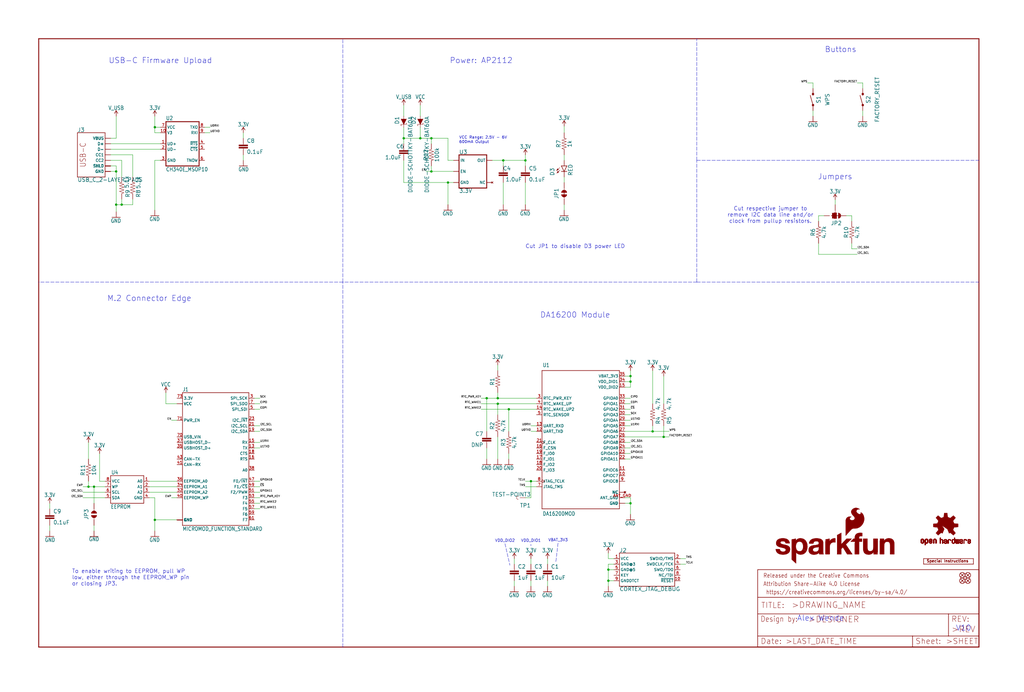
<source format=kicad_sch>
(kicad_sch (version 20211123) (generator eeschema)
  (paper "User" 470.306 317.906)
  (lib_symbols
    (symbol "eagleSchem-eagle-import:0.1UF-0603-25V-(+80{slash}-20%)"
      (property "Reference" "C" (at 1.524 2.921 0))
      (property "Value" "0.1UF-0603-25V-(+80{slash}-20%)" (at 1.524 -2.159 0))
      (symbol "0.1UF-0603-25V-(+80{slash}-20%)_1_0"
        (pin passive line (at 0 5.08 270) (length 2.54) (name "1") (number "1"))
        (pin passive line (at 0 -2.54 90) (length 2.54) (name "2") (number "2"))
      )
    )
    (symbol "eagleSchem-eagle-import:1.0UF-0603-16V-10%"
      (property "Reference" "C" (at 1.524 2.921 0))
      (property "Value" "1.0UF-0603-16V-10%" (at 1.524 -2.159 0))
      (symbol "1.0UF-0603-16V-10%_1_0"
        (pin passive line (at 0 5.08 270) (length 2.54) (name "1") (number "1"))
        (pin passive line (at 0 -2.54 90) (length 2.54) (name "2") (number "2"))
      )
    )
    (symbol "eagleSchem-eagle-import:100KOHM-0603-1{slash}10W-1%"
      (property "Reference" "R" (at 0 1.524 0))
      (property "Value" "100KOHM-0603-1{slash}10W-1%" (at 0 -1.524 0))
      (symbol "100KOHM-0603-1{slash}10W-1%_1_0"
        (pin passive line (at -5.08 0 0) (length 2.54) (name "1") (number "1"))
        (pin passive line (at 5.08 0 180) (length 2.54) (name "2") (number "2"))
      )
    )
    (symbol "eagleSchem-eagle-import:10KOHM-0603-1{slash}10W-1%"
      (property "Reference" "R" (at 0 1.524 0))
      (property "Value" "10KOHM-0603-1{slash}10W-1%" (at 0 -1.524 0))
      (symbol "10KOHM-0603-1{slash}10W-1%_1_0"
        (pin passive line (at -5.08 0 0) (length 2.54) (name "1") (number "1"))
        (pin passive line (at 5.08 0 180) (length 2.54) (name "2") (number "2"))
      )
    )
    (symbol "eagleSchem-eagle-import:10UF-0603-6.3V-20%"
      (property "Reference" "C" (at 1.524 2.921 0))
      (property "Value" "10UF-0603-6.3V-20%" (at 1.524 -2.159 0))
      (symbol "10UF-0603-6.3V-20%_1_0"
        (pin passive line (at 0 5.08 270) (length 2.54) (name "1") (number "1"))
        (pin passive line (at 0 -2.54 90) (length 2.54) (name "2") (number "2"))
      )
    )
    (symbol "eagleSchem-eagle-import:1KOHM-0402T-1{slash}16W-1%"
      (property "Reference" "R" (at 0 1.524 0))
      (property "Value" "1KOHM-0402T-1{slash}16W-1%" (at 0 -1.524 0))
      (symbol "1KOHM-0402T-1{slash}16W-1%_1_0"
        (pin passive line (at -5.08 0 0) (length 2.54) (name "1") (number "1"))
        (pin passive line (at 5.08 0 180) (length 2.54) (name "2") (number "2"))
      )
    )
    (symbol "eagleSchem-eagle-import:3.3V" (power)
      (property "Value" "3.3V" (at 0 2.794 0))
      (symbol "3.3V_1_0"
        (pin power_in line (at 0 0 90) (length 2.54) (name "3.3V") (number "1"))
      )
    )
    (symbol "eagleSchem-eagle-import:4.7KOHM-0603-1{slash}10W-1%"
      (property "Reference" "R" (at 0 1.524 0))
      (property "Value" "4.7KOHM-0603-1{slash}10W-1%" (at 0 -1.524 0))
      (symbol "4.7KOHM-0603-1{slash}10W-1%_1_0"
        (pin passive line (at -5.08 0 0) (length 2.54) (name "1") (number "1"))
        (pin passive line (at 5.08 0 180) (length 2.54) (name "2") (number "2"))
      )
    )
    (symbol "eagleSchem-eagle-import:5.1KOHM-0402T-1{slash}16W-1%"
      (property "Reference" "R" (at 0 1.524 0))
      (property "Value" "5.1KOHM-0402T-1{slash}16W-1%" (at 0 -1.524 0))
      (symbol "5.1KOHM-0402T-1{slash}16W-1%_1_0"
        (pin passive line (at -5.08 0 0) (length 2.54) (name "1") (number "1"))
        (pin passive line (at 5.08 0 180) (length 2.54) (name "2") (number "2"))
      )
    )
    (symbol "eagleSchem-eagle-import:CAP-0603"
      (property "Reference" "C" (at 1.524 2.921 0))
      (property "Value" "CAP-0603" (at 1.524 -2.159 0))
      (symbol "CAP-0603_1_0"
        (pin passive line (at 0 5.08 270) (length 2.54) (name "1") (number "1"))
        (pin passive line (at 0 -2.54 90) (length 2.54) (name "2") (number "2"))
      )
    )
    (symbol "eagleSchem-eagle-import:CH340E_MSOP10"
      (property "Reference" "U" (at -7.62 10.795 0))
      (property "Value" "CH340E_MSOP10" (at -7.62 -12.7 0))
      (symbol "CH340E_MSOP10_1_0"
        (pin bidirectional line (at -10.16 0 0) (length 2.54) (name "UD+") (number "1"))
        (pin bidirectional line (at -10.16 5.08 0) (length 2.54) (name "V3") (number "10"))
        (pin bidirectional line (at -10.16 -2.54 0) (length 2.54) (name "UD-") (number "2"))
        (pin bidirectional line (at -10.16 -7.62 0) (length 2.54) (name "GND") (number "3"))
        (pin bidirectional line (at 10.16 0 180) (length 2.54) (name "~{RTS}") (number "4"))
        (pin bidirectional line (at 10.16 -2.54 180) (length 2.54) (name "~{CTS}") (number "5"))
        (pin bidirectional line (at 10.16 -7.62 180) (length 2.54) (name "TNOW") (number "6"))
        (pin bidirectional line (at -10.16 7.62 0) (length 2.54) (name "VCC") (number "7"))
        (pin bidirectional line (at 10.16 7.62 180) (length 2.54) (name "TXO") (number "8"))
        (pin bidirectional line (at 10.16 5.08 180) (length 2.54) (name "RXI") (number "9"))
      )
    )
    (symbol "eagleSchem-eagle-import:CORTEX_JTAG_DEBUG_PTH_NS"
      (property "Reference" "J" (at -12.7 7.874 0))
      (property "Value" "CORTEX_JTAG_DEBUG_PTH_NS" (at -12.7 -9.906 0))
      (symbol "CORTEX_JTAG_DEBUG_PTH_NS_1_0"
        (pin bidirectional line (at -15.24 5.08 0) (length 2.54) (name "VCC") (number "1"))
        (pin bidirectional line (at 15.24 -5.08 180) (length 2.54) (name "~{RESET}") (number "10"))
        (pin bidirectional line (at 15.24 5.08 180) (length 2.54) (name "SWDIO/TMS") (number "2"))
        (pin bidirectional line (at -15.24 2.54 0) (length 2.54) (name "GND@3") (number "3"))
        (pin bidirectional line (at 15.24 2.54 180) (length 2.54) (name "SWDCLK/TCK") (number "4"))
        (pin bidirectional line (at -15.24 0 0) (length 2.54) (name "GND@5") (number "5"))
        (pin bidirectional line (at 15.24 0 180) (length 2.54) (name "SWO/TDO") (number "6"))
        (pin bidirectional line (at -15.24 -2.54 0) (length 2.54) (name "KEY") (number "7"))
        (pin bidirectional line (at 15.24 -2.54 180) (length 2.54) (name "NC/TDI") (number "8"))
        (pin bidirectional line (at -15.24 -5.08 0) (length 2.54) (name "GNDDTCT") (number "9"))
      )
    )
    (symbol "eagleSchem-eagle-import:DA16200MOD-AAC4WA32"
      (property "Reference" "U" (at -17.78 31.75 0))
      (property "Value" "DA16200MOD-AAC4WA32" (at -17.78 -34.29 0))
      (symbol "DA16200MOD-AAC4WA32_1_0"
        (pin no_connect line (at 20.32 -25.4 180) (length 2.54) (name "NC") (number "1"))
        (pin bidirectional line (at 20.32 -17.78 180) (length 2.54) (name "GPIOC7") (number "10"))
        (pin bidirectional line (at 20.32 -15.24 180) (length 2.54) (name "GPIOC6") (number "11"))
        (pin output line (at -20.32 2.54 0) (length 2.54) (name "UART_TXD") (number "12"))
        (pin input line (at -20.32 5.08 0) (length 2.54) (name "UART_RXD") (number "13"))
        (pin input line (at -20.32 12.7 0) (length 2.54) (name "RTC_WAKE_UP2") (number "14"))
        (pin power_in line (at 20.32 22.86 180) (length 2.54) (name "VDD_DIO2") (number "15"))
        (pin bidirectional line (at -20.32 -5.08 0) (length 2.54) (name "F_CSN") (number "16"))
        (pin bidirectional line (at -20.32 -10.16 0) (length 2.54) (name "F_IO1") (number "17"))
        (pin bidirectional line (at -20.32 -12.7 0) (length 2.54) (name "F_IO2") (number "18"))
        (pin bidirectional line (at -20.32 -7.62 0) (length 2.54) (name "F_IO0") (number "19"))
        (pin power_in line (at 20.32 -30.48 180) (length 2.54) (name "GND") (number "2"))
        (pin bidirectional line (at -20.32 -15.24 0) (length 2.54) (name "F_IO3") (number "20"))
        (pin bidirectional clock (at -20.32 -2.54 0) (length 2.54) (name "F_CLK") (number "21"))
        (pin bidirectional line (at 20.32 -10.16 180) (length 2.54) (name "GPIOA11") (number "22"))
        (pin bidirectional line (at 20.32 -7.62 180) (length 2.54) (name "GPIOA10") (number "23"))
        (pin bidirectional line (at 20.32 -5.08 180) (length 2.54) (name "GPIOA9") (number "24"))
        (pin bidirectional line (at 20.32 -2.54 180) (length 2.54) (name "GPIOA8") (number "25"))
        (pin bidirectional line (at 20.32 0 180) (length 2.54) (name "GPIOA7") (number "26"))
        (pin bidirectional line (at 20.32 2.54 180) (length 2.54) (name "GPIOA6") (number "27"))
        (pin bidirectional line (at 20.32 5.08 180) (length 2.54) (name "GPIOA5") (number "28"))
        (pin bidirectional line (at 20.32 7.62 180) (length 2.54) (name "GPIOA4") (number "29"))
        (pin input line (at -20.32 17.78 0) (length 2.54) (name "RTC_PWR_KEY") (number "3"))
        (pin bidirectional line (at 20.32 10.16 180) (length 2.54) (name "GPIOA3") (number "30"))
        (pin bidirectional line (at 20.32 12.7 180) (length 2.54) (name "GPIOA2") (number "31"))
        (pin bidirectional line (at 20.32 15.24 180) (length 2.54) (name "GPIOA1") (number "32"))
        (pin bidirectional line (at 20.32 17.78 180) (length 2.54) (name "GPIOA0") (number "33"))
        (pin power_in line (at 20.32 25.4 180) (length 2.54) (name "VDD_DIO1") (number "34"))
        (pin power_in line (at 20.32 27.94 180) (length 2.54) (name "VBAT_3V3") (number "35"))
        (pin no_connect line (at 20.32 -25.4 180) (length 2.54) (name "NC") (number "36"))
        (pin no_connect line (at 20.32 -25.4 180) (length 2.54) (name "NC") (number "37"))
        (pin input line (at -20.32 15.24 0) (length 2.54) (name "RTC_WAKE_UP") (number "4"))
        (pin output line (at -20.32 10.16 0) (length 2.54) (name "RTC_SENSOR") (number "5"))
        (pin no_connect line (at 20.32 -25.4 180) (length 2.54) (name "NC") (number "6"))
        (pin bidirectional line (at -20.32 -22.86 0) (length 2.54) (name "JTAG_TMS") (number "7"))
        (pin bidirectional clock (at -20.32 -20.32 0) (length 2.54) (name "JTAG_TCLK") (number "8"))
        (pin bidirectional line (at 20.32 -20.32 180) (length 2.54) (name "GPIOC8") (number "9"))
        (pin power_in line (at 20.32 -27.94 180) (length 2.54) (name "ANT_GND") (number "ANT_GND"))
        (pin power_in line (at 20.32 -30.48 180) (length 2.54) (name "GND") (number "GND"))
      )
    )
    (symbol "eagleSchem-eagle-import:DIODE-SCHOTTKY-BAT60A"
      (property "Reference" "D" (at -2.54 2.032 0))
      (property "Value" "DIODE-SCHOTTKY-BAT60A" (at -2.54 -2.032 0))
      (symbol "DIODE-SCHOTTKY-BAT60A_1_0"
        (pin passive line (at -2.54 0 0) (length 0) (name "A") (number "A"))
        (pin passive line (at 2.54 0 180) (length 0) (name "C") (number "C"))
      )
    )
    (symbol "eagleSchem-eagle-import:EEPROM-I2C512K"
      (property "Reference" "U" (at -7.62 8.382 0))
      (property "Value" "EEPROM-I2C512K" (at -7.62 -7.62 0))
      (symbol "EEPROM-I2C512K_1_0"
        (pin bidirectional line (at -10.16 5.08 0) (length 2.54) (name "A0") (number "1"))
        (pin bidirectional line (at -10.16 2.54 0) (length 2.54) (name "A1") (number "2"))
        (pin bidirectional line (at -10.16 0 0) (length 2.54) (name "A2") (number "3"))
        (pin power_in line (at -10.16 -2.54 0) (length 2.54) (name "GND") (number "4"))
        (pin bidirectional line (at 10.16 -2.54 180) (length 2.54) (name "SDA") (number "5"))
        (pin bidirectional line (at 10.16 0 180) (length 2.54) (name "SCL") (number "6"))
        (pin bidirectional line (at 10.16 2.54 180) (length 2.54) (name "WP") (number "7"))
        (pin power_in line (at 10.16 5.08 180) (length 2.54) (name "VCC") (number "8"))
      )
    )
    (symbol "eagleSchem-eagle-import:FIDUCIAL1X2")
    (symbol "eagleSchem-eagle-import:FRAME-LEDGER"
      (symbol "FRAME-LEDGER_2_0"
        (text " https://creativecommons.org/licenses/by-sa/4.0/" (at 2.54 24.13 0) (effects (font (size 1.9304 1.6408)) (justify left bottom)))
        (text ">DESIGNER" (at 23.114 11.176 0) (effects (font (size 2.7432 2.7432)) (justify left bottom)))
        (text ">DRAWING_NAME" (at 15.494 17.78 0) (effects (font (size 2.7432 2.7432)) (justify left bottom)))
        (text ">LAST_DATE_TIME" (at 12.7 1.27 0) (effects (font (size 2.54 2.54)) (justify left bottom)))
        (text ">REV" (at 88.9 6.604 0) (effects (font (size 2.7432 2.7432)) (justify left bottom)))
        (text ">SHEET" (at 86.36 1.27 0) (effects (font (size 2.54 2.54)) (justify left bottom)))
        (text "Attribution Share-Alike 4.0 License" (at 2.54 27.94 0) (effects (font (size 1.9304 1.6408)) (justify left bottom)))
        (text "Date:" (at 1.27 1.27 0) (effects (font (size 2.54 2.54)) (justify left bottom)))
        (text "Design by:" (at 1.27 11.43 0) (effects (font (size 2.54 2.159)) (justify left bottom)))
        (text "Released under the Creative Commons" (at 2.54 31.75 0) (effects (font (size 1.9304 1.6408)) (justify left bottom)))
        (text "REV:" (at 88.9 11.43 0) (effects (font (size 2.54 2.54)) (justify left bottom)))
        (text "Sheet:" (at 72.39 1.27 0) (effects (font (size 2.54 2.54)) (justify left bottom)))
        (text "TITLE:" (at 1.524 17.78 0) (effects (font (size 2.54 2.54)) (justify left bottom)))
      )
    )
    (symbol "eagleSchem-eagle-import:GND" (power)
      (property "Value" "GND" (at 0 -0.254 0))
      (symbol "GND_1_0"
        (pin power_in line (at 0 2.54 270) (length 2.54) (name "GND") (number "1"))
      )
    )
    (symbol "eagleSchem-eagle-import:JUMPER-SMT_2_NC_TRACE_SILK"
      (property "Reference" "JP" (at 0 3.048 0))
      (property "Value" "JUMPER-SMT_2_NC_TRACE_SILK" (at 0 -3.048 0))
      (symbol "JUMPER-SMT_2_NC_TRACE_SILK_1_0"
        (pin passive line (at -5.08 0 0) (length 2.54) (name "1") (number "1"))
        (pin passive line (at 5.08 0 180) (length 2.54) (name "2") (number "2"))
      )
    )
    (symbol "eagleSchem-eagle-import:JUMPER-SMT_2_NO_SILK"
      (property "Reference" "JP" (at 0 2.794 0))
      (property "Value" "JUMPER-SMT_2_NO_SILK" (at 0 -2.794 0))
      (symbol "JUMPER-SMT_2_NO_SILK_1_0"
        (pin passive line (at -5.08 0 0) (length 2.54) (name "1") (number "1"))
        (pin passive line (at 5.08 0 180) (length 2.54) (name "2") (number "2"))
      )
    )
    (symbol "eagleSchem-eagle-import:JUMPER-SMT_3_2-NC_TRACE_SILK"
      (property "Reference" "JP" (at 6.096 1.524 0))
      (property "Value" "JUMPER-SMT_3_2-NC_TRACE_SILK" (at 6.858 -1.524 0))
      (symbol "JUMPER-SMT_3_2-NC_TRACE_SILK_1_0"
        (pin passive line (at 0 5.08 270) (length 2.54) (name "1") (number "1"))
        (pin passive line (at -5.08 0 0) (length 2.54) (name "2") (number "2"))
        (pin passive line (at 0 -5.08 90) (length 2.54) (name "3") (number "3"))
      )
    )
    (symbol "eagleSchem-eagle-import:LED-0603_RIGHT_ANGLE"
      (property "Value" "LED-0603_RIGHT_ANGLE" (at 1.905 -4.572 90))
      (symbol "LED-0603_RIGHT_ANGLE_1_0"
        (pin passive line (at 0 2.54 270) (length 2.54) (name "A") (number "A"))
        (pin passive line (at 0 -5.08 90) (length 2.54) (name "C") (number "C"))
      )
    )
    (symbol "eagleSchem-eagle-import:MICROMOD_FUNCTION_STANDARD"
      (property "Reference" "J" (at -15.24 28.448 0))
      (property "Value" "MICROMOD_FUNCTION_STANDARD" (at -15.24 -35.56 0))
      (symbol "MICROMOD_FUNCTION_STANDARD_1_0"
        (pin bidirectional line (at -17.78 -30.48 0) (length 2.54) (name "GND") (number "1"))
        (pin bidirectional line (at 17.78 2.54 180) (length 2.54) (name "TX") (number "13"))
        (pin bidirectional line (at 17.78 5.08 180) (length 2.54) (name "RX") (number "15"))
        (pin bidirectional line (at 17.78 -2.54 180) (length 2.54) (name "RTS") (number "16"))
        (pin bidirectional line (at 17.78 0 180) (length 2.54) (name "CTS") (number "18"))
        (pin bidirectional line (at 17.78 10.16 180) (length 2.54) (name "I2C_SDA") (number "19"))
        (pin bidirectional line (at 17.78 12.7 180) (length 2.54) (name "I2C_SCL") (number "21"))
        (pin bidirectional line (at 17.78 15.24 180) (length 2.54) (name "I2C_~{INT}") (number "23"))
        (pin bidirectional line (at 17.78 25.4 180) (length 2.54) (name "SPI_SCK") (number "3"))
        (pin bidirectional line (at -17.78 -17.78 0) (length 2.54) (name "EEPROM_A2") (number "32"))
        (pin bidirectional line (at -17.78 -30.48 0) (length 2.54) (name "GND") (number "33"))
        (pin bidirectional line (at -17.78 -15.24 0) (length 2.54) (name "EEPROM_A1") (number "34"))
        (pin bidirectional line (at -17.78 2.54 0) (length 2.54) (name "USBHOST_D+") (number "35"))
        (pin bidirectional line (at -17.78 -12.7 0) (length 2.54) (name "EEPROM_A0") (number "36"))
        (pin bidirectional line (at -17.78 5.08 0) (length 2.54) (name "USBHOST_D-") (number "37"))
        (pin bidirectional line (at 17.78 -7.62 180) (length 2.54) (name "A0") (number "38"))
        (pin bidirectional line (at -17.78 -30.48 0) (length 2.54) (name "GND") (number "39"))
        (pin bidirectional line (at -17.78 -20.32 0) (length 2.54) (name "EEPROM_WP") (number "40"))
        (pin bidirectional line (at -17.78 -5.08 0) (length 2.54) (name "CAN-RX") (number "41"))
        (pin bidirectional line (at -17.78 -2.54 0) (length 2.54) (name "CAN-TX") (number "43"))
        (pin bidirectional line (at -17.78 -30.48 0) (length 2.54) (name "GND") (number "45"))
        (pin bidirectional line (at 17.78 -12.7 180) (length 2.54) (name "F0/~{INT}") (number "47"))
        (pin bidirectional line (at 17.78 -15.24 180) (length 2.54) (name "F1/~{CS}") (number "49"))
        (pin bidirectional line (at 17.78 20.32 180) (length 2.54) (name "SPI_SDI") (number "5"))
        (pin bidirectional line (at 17.78 -17.78 180) (length 2.54) (name "F2/PWM") (number "51"))
        (pin bidirectional line (at 17.78 -20.32 180) (length 2.54) (name "F3") (number "53"))
        (pin bidirectional line (at 17.78 -22.86 180) (length 2.54) (name "F4") (number "55"))
        (pin bidirectional line (at 17.78 -25.4 180) (length 2.54) (name "F5") (number "57"))
        (pin bidirectional line (at 17.78 -27.94 180) (length 2.54) (name "F6") (number "59"))
        (pin bidirectional line (at 17.78 -30.48 180) (length 2.54) (name "F7") (number "61"))
        (pin bidirectional line (at 17.78 22.86 180) (length 2.54) (name "SPI_SDO") (number "7"))
        (pin bidirectional line (at -17.78 7.62 0) (length 2.54) (name "USB_VIN") (number "70"))
        (pin bidirectional line (at -17.78 15.24 0) (length 2.54) (name "PWR_EN") (number "71"))
        (pin bidirectional line (at -17.78 22.86 0) (length 2.54) (name "VCC") (number "72"))
        (pin bidirectional line (at -17.78 25.4 0) (length 2.54) (name "3.3V") (number "73"))
        (pin bidirectional line (at -17.78 22.86 0) (length 2.54) (name "VCC") (number "74"))
        (pin bidirectional line (at -17.78 -30.48 0) (length 2.54) (name "GND") (number "75"))
        (pin bidirectional line (at -17.78 -30.48 0) (length 2.54) (name "GND") (number "GND1"))
        (pin bidirectional line (at -17.78 -30.48 0) (length 2.54) (name "GND") (number "GND2"))
        (pin bidirectional line (at -17.78 -30.48 0) (length 2.54) (name "GND") (number "GND3"))
        (pin bidirectional line (at -17.78 -30.48 0) (length 2.54) (name "GND") (number "GND4"))
        (pin bidirectional line (at -17.78 -30.48 0) (length 2.54) (name "GND") (number "GND5"))
        (pin bidirectional line (at -17.78 -30.48 0) (length 2.54) (name "GND") (number "GND6"))
      )
    )
    (symbol "eagleSchem-eagle-import:MOMENTARY-SWITCH-SPST-SMD-5.2MM-TALL"
      (property "Reference" "S" (at 0 1.524 0))
      (property "Value" "MOMENTARY-SWITCH-SPST-SMD-5.2MM-TALL" (at 0 -0.508 0))
      (symbol "MOMENTARY-SWITCH-SPST-SMD-5.2MM-TALL_1_0"
        (pin passive line (at -5.08 0 0) (length 2.54) (name "1") (number "1"))
        (pin passive line (at 5.08 0 180) (length 2.54) (name "2") (number "3"))
      )
    )
    (symbol "eagleSchem-eagle-import:OSHW-LOGOS")
    (symbol "eagleSchem-eagle-import:RESISTOR0603"
      (property "Reference" "R" (at 0 1.524 0))
      (property "Value" "RESISTOR0603" (at 0 -1.524 0))
      (symbol "RESISTOR0603_1_0"
        (pin passive line (at -5.08 0 0) (length 2.54) (name "1") (number "1"))
        (pin passive line (at 5.08 0 180) (length 2.54) (name "2") (number "2"))
      )
    )
    (symbol "eagleSchem-eagle-import:SFE_LOGO_NAME_FLAME.2_INCH")
    (symbol "eagleSchem-eagle-import:SPECIAL_INSTRUCTIONS-ORDERING"
      (symbol "SPECIAL_INSTRUCTIONS-ORDERING_1_0"
        (text "Special Instructions" (at 1.27 0.6985 0) (effects (font (size 1.27 1.27) (thickness 0.254) bold) (justify left bottom)))
      )
    )
    (symbol "eagleSchem-eagle-import:TEST-POINT3"
      (property "Reference" "TP" (at -2.54 2.54 0))
      (property "Value" "TEST-POINT3" (at -2.54 -2.54 0))
      (symbol "TEST-POINT3_1_0"
        (pin bidirectional line (at 0 0 180) (length 0) (name "1") (number "1"))
      )
    )
    (symbol "eagleSchem-eagle-import:USB_C_2-LAYER_PADS"
      (property "Reference" "J" (at -2.54 10.414 0))
      (property "Value" "USB_C_2-LAYER_PADS" (at -2.54 -12.446 0))
      (symbol "USB_C_2-LAYER_PADS_1_0"
        (text "USB-C" (at 0 0 900) (effects (font (size 2.54 2.159))))
        (pin bidirectional line (at 12.7 0 180) (length 2.54) (name "CC1") (number "A5"))
        (pin bidirectional line (at 12.7 5.08 180) (length 2.54) (name "D+") (number "A6"))
        (pin bidirectional line (at 12.7 2.54 180) (length 2.54) (name "D-") (number "A7"))
        (pin bidirectional line (at 12.7 -2.54 180) (length 2.54) (name "CC2") (number "B5"))
        (pin bidirectional line (at 12.7 5.08 180) (length 2.54) (name "D+") (number "B6"))
        (pin bidirectional line (at 12.7 2.54 180) (length 2.54) (name "D-") (number "B7"))
        (pin bidirectional line (at 12.7 -7.62 180) (length 2.54) (name "GND") (number "GND"))
        (pin bidirectional line (at 12.7 -7.62 180) (length 2.54) (name "GND") (number "GND2"))
        (pin bidirectional line (at 12.7 -5.08 180) (length 2.54) (name "SHLD") (number "SHLD1"))
        (pin bidirectional line (at 12.7 -5.08 180) (length 2.54) (name "SHLD") (number "SHLD2"))
        (pin bidirectional line (at 12.7 -5.08 180) (length 2.54) (name "SHLD") (number "SHLD3"))
        (pin bidirectional line (at 12.7 -5.08 180) (length 2.54) (name "SHLD") (number "SHLD4"))
        (pin bidirectional line (at 12.7 7.62 180) (length 2.54) (name "VBUS") (number "VBUS1"))
        (pin bidirectional line (at 12.7 7.62 180) (length 2.54) (name "VBUS") (number "VBUS2"))
      )
    )
    (symbol "eagleSchem-eagle-import:VCC" (power)
      (property "Value" "VCC" (at 0 2.794 0))
      (symbol "VCC_1_0"
        (pin power_in line (at 0 0 90) (length 2.54) (name "VCC") (number "1"))
      )
    )
    (symbol "eagleSchem-eagle-import:V_REG_AP2112K-3.3V"
      (property "Reference" "U" (at -7.62 7.874 0))
      (property "Value" "V_REG_AP2112K-3.3V" (at -7.62 -7.874 0))
      (symbol "V_REG_AP2112K-3.3V_1_0"
        (pin input line (at -10.16 5.08 0) (length 2.54) (name "IN") (number "1"))
        (pin input line (at -10.16 -5.08 0) (length 2.54) (name "GND") (number "2"))
        (pin input line (at -10.16 0 0) (length 2.54) (name "EN") (number "3"))
        (pin no_connect line (at 7.62 -5.08 180) (length 2.54) (name "NC") (number "4"))
        (pin passive line (at 7.62 5.08 180) (length 2.54) (name "OUT") (number "5"))
      )
    )
    (symbol "eagleSchem-eagle-import:V_USB" (power)
      (property "Value" "V_USB" (at 0 2.794 0))
      (symbol "V_USB_1_0"
        (pin power_in line (at 0 0 90) (length 2.54) (name "V_USB") (number "1"))
      )
    )
  )
  (junction (at 241.3 73.66))
  (junction (at 299.72 198.12))
  (junction (at 228.6 182.88))
  (junction (at 289.56 172.72))
  (junction (at 43.18 223.52))
  (junction (at 279.4 261.62))
  (junction (at 243.84 220.98))
  (junction (at 304.8 200.66))
  (junction (at 53.34 78.74))
  (junction (at 198.12 78.74))
  (junction (at 53.34 93.98))
  (junction (at 233.68 187.96))
  (junction (at 185.42 63.5))
  (junction (at 228.6 185.42))
  (junction (at 71.12 58.42))
  (junction (at 193.04 63.5))
  (junction (at 40.64 223.52))
  (junction (at 198.12 63.5))
  (junction (at 205.74 83.82))
  (junction (at 223.52 182.88))
  (junction (at 231.14 73.66))
  (junction (at 289.56 175.26))
  (junction (at 71.12 238.76))
  (junction (at 279.4 266.7))
  (junction (at 55.88 93.98))
  (junction (at 289.56 231.14))
  (wire (pts (xy 289.56 172.72) (xy 289.56 170.18)))
  (wire (pts (xy 289.56 228.6) (xy 289.56 231.14)))
  (polyline (pts (xy 320.04 73.66) (xy 449.58 73.66)))
  (wire (pts (xy 396.24 38.1) (xy 393.7 38.1)))
  (wire (pts (xy 241.3 93.98) (xy 241.3 83.82)))
  (wire (pts (xy 246.38 220.98) (xy 243.84 220.98)))
  (wire (pts (xy 289.56 175.26) (xy 289.56 172.72)))
  (wire (pts (xy 198.12 76.2) (xy 198.12 78.74)))
  (wire (pts (xy 71.12 60.96) (xy 71.12 58.42)))
  (wire (pts (xy 55.88 93.98) (xy 53.34 93.98)))
  (wire (pts (xy 233.68 208.28) (xy 233.68 210.82)))
  (wire (pts (xy 287.02 203.2) (xy 289.56 203.2)))
  (wire (pts (xy 81.28 193.04) (xy 78.74 193.04)))
  (wire (pts (xy 40.64 223.52) (xy 40.64 220.98)))
  (wire (pts (xy 259.08 60.96) (xy 259.08 57.912)))
  (wire (pts (xy 287.02 210.82) (xy 289.56 210.82)))
  (wire (pts (xy 281.94 266.7) (xy 279.4 266.7)))
  (wire (pts (xy 241.3 76.2) (xy 241.3 73.66)))
  (wire (pts (xy 50.8 76.2) (xy 53.34 76.2)))
  (wire (pts (xy 281.94 261.62) (xy 279.4 261.62)))
  (polyline (pts (xy 320.04 129.54) (xy 320.04 73.66)))
  (wire (pts (xy 185.42 83.82) (xy 205.74 83.82)))
  (wire (pts (xy 43.18 223.52) (xy 43.18 231.14)))
  (wire (pts (xy 198.12 78.74) (xy 195.58 78.74)))
  (wire (pts (xy 223.52 205.74) (xy 223.52 210.82)))
  (wire (pts (xy 373.38 40.64) (xy 373.38 38.1)))
  (wire (pts (xy 55.88 73.66) (xy 55.88 81.28)))
  (wire (pts (xy 93.98 58.42) (xy 96.52 58.42)))
  (wire (pts (xy 116.84 203.2) (xy 119.38 203.2)))
  (wire (pts (xy 231.14 73.66) (xy 231.14 76.2)))
  (wire (pts (xy 236.22 266.7) (xy 236.22 269.24)))
  (wire (pts (xy 93.98 60.96) (xy 96.52 60.96)))
  (wire (pts (xy 375.92 111.76) (xy 375.92 116.84)))
  (wire (pts (xy 193.04 58.42) (xy 193.04 63.5)))
  (wire (pts (xy 76.2 185.42) (xy 76.2 180.34)))
  (wire (pts (xy 287.02 231.14) (xy 289.56 231.14)))
  (wire (pts (xy 50.8 73.66) (xy 55.88 73.66)))
  (wire (pts (xy 299.72 198.12) (xy 307.34 198.12)))
  (wire (pts (xy 228.6 170.18) (xy 228.6 167.64)))
  (wire (pts (xy 287.02 198.12) (xy 299.72 198.12)))
  (wire (pts (xy 287.02 190.5) (xy 289.56 190.5)))
  (wire (pts (xy 81.28 223.52) (xy 68.58 223.52)))
  (polyline (pts (xy 243.84 249.936) (xy 243.84 250.698)))
  (wire (pts (xy 287.02 195.58) (xy 289.56 195.58)))
  (wire (pts (xy 111.76 71.12) (xy 111.76 73.66)))
  (wire (pts (xy 304.8 195.58) (xy 304.8 200.66)))
  (wire (pts (xy 299.72 195.58) (xy 299.72 198.12)))
  (wire (pts (xy 391.16 111.76) (xy 391.16 114.3)))
  (wire (pts (xy 111.76 63.5) (xy 111.76 60.96)))
  (wire (pts (xy 383.54 91.694) (xy 383.54 93.98)))
  (wire (pts (xy 246.38 187.96) (xy 233.68 187.96)))
  (wire (pts (xy 22.86 233.68) (xy 22.86 231.14)))
  (wire (pts (xy 299.72 185.42) (xy 299.72 170.18)))
  (wire (pts (xy 233.68 187.96) (xy 233.68 198.12)))
  (wire (pts (xy 279.4 256.54) (xy 279.4 254)))
  (wire (pts (xy 279.4 266.7) (xy 279.4 269.24)))
  (wire (pts (xy 246.38 198.12) (xy 243.84 198.12)))
  (wire (pts (xy 375.92 116.84) (xy 393.7 116.84)))
  (wire (pts (xy 60.96 91.44) (xy 60.96 93.98)))
  (wire (pts (xy 50.8 66.04) (xy 73.66 66.04)))
  (wire (pts (xy 55.88 91.44) (xy 55.88 93.98)))
  (wire (pts (xy 287.02 182.88) (xy 289.56 182.88)))
  (wire (pts (xy 53.34 78.74) (xy 53.34 93.98)))
  (wire (pts (xy 71.12 228.6) (xy 71.12 238.76)))
  (wire (pts (xy 228.6 185.42) (xy 228.6 190.5)))
  (polyline (pts (xy 320.04 129.54) (xy 157.48 129.54)))
  (wire (pts (xy 259.08 83.82) (xy 259.08 81.28)))
  (wire (pts (xy 116.84 182.88) (xy 119.38 182.88)))
  (wire (pts (xy 233.68 187.96) (xy 220.98 187.96)))
  (wire (pts (xy 116.84 187.96) (xy 119.38 187.96)))
  (wire (pts (xy 396.24 50.8) (xy 396.24 53.34)))
  (polyline (pts (xy 157.48 129.54) (xy 157.48 17.78)))
  (wire (pts (xy 198.12 63.5) (xy 193.04 63.5)))
  (polyline (pts (xy 157.48 297.18) (xy 157.48 129.54)))
  (wire (pts (xy 246.38 195.58) (xy 243.84 195.58)))
  (wire (pts (xy 312.42 256.54) (xy 314.96 256.54)))
  (wire (pts (xy 373.38 50.8) (xy 373.38 53.34)))
  (wire (pts (xy 40.64 210.82) (xy 40.64 203.2)))
  (wire (pts (xy 116.84 195.58) (xy 119.38 195.58)))
  (wire (pts (xy 22.86 241.3) (xy 22.86 243.84)))
  (polyline (pts (xy 157.48 129.54) (xy 17.78 129.54)))
  (wire (pts (xy 281.94 259.08) (xy 279.4 259.08)))
  (wire (pts (xy 231.14 73.66) (xy 241.3 73.66)))
  (wire (pts (xy 81.28 228.6) (xy 78.74 228.6)))
  (wire (pts (xy 373.38 38.1) (xy 370.84 38.1)))
  (wire (pts (xy 287.02 193.04) (xy 289.56 193.04)))
  (wire (pts (xy 304.8 200.66) (xy 287.02 200.66)))
  (wire (pts (xy 50.8 78.74) (xy 53.34 78.74)))
  (wire (pts (xy 205.74 83.82) (xy 205.74 93.98)))
  (wire (pts (xy 53.34 93.98) (xy 53.34 97.282)))
  (wire (pts (xy 116.84 220.98) (xy 119.38 220.98)))
  (wire (pts (xy 391.16 114.3) (xy 393.7 114.3)))
  (wire (pts (xy 226.06 73.66) (xy 231.14 73.66)))
  (wire (pts (xy 71.12 73.66) (xy 71.12 96.52)))
  (wire (pts (xy 71.12 238.76) (xy 71.12 243.84)))
  (wire (pts (xy 241.3 228.6) (xy 243.84 228.6)))
  (wire (pts (xy 116.84 223.52) (xy 119.38 223.52)))
  (wire (pts (xy 208.28 73.66) (xy 205.74 73.66)))
  (wire (pts (xy 116.84 233.68) (xy 119.38 233.68)))
  (wire (pts (xy 116.84 205.74) (xy 119.38 205.74)))
  (wire (pts (xy 208.28 83.82) (xy 205.74 83.82)))
  (wire (pts (xy 81.28 185.42) (xy 76.2 185.42)))
  (wire (pts (xy 68.58 228.6) (xy 71.12 228.6)))
  (wire (pts (xy 198.12 66.04) (xy 198.12 63.5)))
  (polyline (pts (xy 256.286 249.428) (xy 255.27 258.064)))
  (wire (pts (xy 259.08 73.66) (xy 259.08 71.12)))
  (wire (pts (xy 287.02 228.6) (xy 289.56 228.6)))
  (wire (pts (xy 289.56 177.8) (xy 287.02 177.8)))
  (wire (pts (xy 312.42 259.08) (xy 314.96 259.08)))
  (wire (pts (xy 378.46 99.06) (xy 375.92 99.06)))
  (wire (pts (xy 241.3 71.12) (xy 241.3 73.66)))
  (wire (pts (xy 228.6 180.34) (xy 228.6 182.88)))
  (wire (pts (xy 50.8 71.12) (xy 60.96 71.12)))
  (wire (pts (xy 71.12 58.42) (xy 71.12 53.34)))
  (wire (pts (xy 193.04 53.34) (xy 193.04 48.26)))
  (wire (pts (xy 231.14 93.98) (xy 231.14 83.82)))
  (wire (pts (xy 73.66 58.42) (xy 71.12 58.42)))
  (wire (pts (xy 48.26 223.52) (xy 43.18 223.52)))
  (wire (pts (xy 243.84 259.08) (xy 243.84 256.54)))
  (wire (pts (xy 223.52 182.88) (xy 220.98 182.88)))
  (wire (pts (xy 53.34 63.5) (xy 53.34 53.34)))
  (wire (pts (xy 73.66 60.96) (xy 71.12 60.96)))
  (wire (pts (xy 48.26 226.06) (xy 38.1 226.06)))
  (wire (pts (xy 279.4 261.62) (xy 279.4 266.7)))
  (wire (pts (xy 53.34 76.2) (xy 53.34 78.74)))
  (wire (pts (xy 185.42 63.5) (xy 193.04 63.5)))
  (wire (pts (xy 246.38 182.88) (xy 228.6 182.88)))
  (wire (pts (xy 287.02 205.74) (xy 289.56 205.74)))
  (polyline (pts (xy 320.04 73.66) (xy 320.04 17.78)))
  (wire (pts (xy 116.84 231.14) (xy 119.38 231.14)))
  (wire (pts (xy 116.84 226.06) (xy 119.38 226.06)))
  (wire (pts (xy 375.92 99.06) (xy 375.92 101.6)))
  (wire (pts (xy 281.94 256.54) (xy 279.4 256.54)))
  (wire (pts (xy 43.18 243.84) (xy 43.18 241.3)))
  (wire (pts (xy 81.28 238.76) (xy 71.12 238.76)))
  (wire (pts (xy 43.18 223.52) (xy 40.64 223.52)))
  (wire (pts (xy 228.6 210.82) (xy 228.6 200.66)))
  (wire (pts (xy 205.74 63.5) (xy 198.12 63.5)))
  (wire (pts (xy 246.38 185.42) (xy 228.6 185.42)))
  (wire (pts (xy 45.72 220.98) (xy 45.72 208.28)))
  (wire (pts (xy 259.08 96.52) (xy 259.08 93.98)))
  (wire (pts (xy 228.6 185.42) (xy 220.98 185.42)))
  (wire (pts (xy 116.84 198.12) (xy 119.38 198.12)))
  (wire (pts (xy 81.28 226.06) (xy 68.58 226.06)))
  (wire (pts (xy 279.4 259.08) (xy 279.4 261.62)))
  (wire (pts (xy 289.56 177.8) (xy 289.56 175.26)))
  (wire (pts (xy 50.8 63.5) (xy 53.34 63.5)))
  (wire (pts (xy 205.74 73.66) (xy 205.74 63.5)))
  (wire (pts (xy 287.02 187.96) (xy 289.56 187.96)))
  (polyline (pts (xy 320.04 129.54) (xy 449.58 129.54)))
  (wire (pts (xy 243.84 266.7) (xy 243.84 269.24)))
  (wire (pts (xy 185.42 73.66) (xy 185.42 83.82)))
  (wire (pts (xy 185.42 53.34) (xy 185.42 48.26)))
  (wire (pts (xy 251.46 259.08) (xy 251.46 256.54)))
  (wire (pts (xy 391.16 101.6) (xy 391.16 99.06)))
  (wire (pts (xy 287.02 172.72) (xy 289.56 172.72)))
  (wire (pts (xy 48.26 220.98) (xy 45.72 220.98)))
  (wire (pts (xy 391.16 99.06) (xy 388.62 99.06)))
  (wire (pts (xy 304.8 200.66) (xy 307.34 200.66)))
  (wire (pts (xy 243.84 228.6) (xy 243.84 220.98)))
  (wire (pts (xy 243.84 220.98) (xy 241.3 220.98)))
  (wire (pts (xy 251.46 266.7) (xy 251.46 269.24)))
  (wire (pts (xy 116.84 185.42) (xy 119.38 185.42)))
  (wire (pts (xy 60.96 71.12) (xy 60.96 81.28)))
  (wire (pts (xy 304.8 185.42) (xy 304.8 172.72)))
  (wire (pts (xy 185.42 63.5) (xy 185.42 58.42)))
  (wire (pts (xy 185.42 66.04) (xy 185.42 63.5)))
  (wire (pts (xy 228.6 182.88) (xy 223.52 182.88)))
  (wire (pts (xy 48.26 228.6) (xy 38.1 228.6)))
  (wire (pts (xy 223.52 198.12) (xy 223.52 182.88)))
  (wire (pts (xy 287.02 185.42) (xy 289.56 185.42)))
  (wire (pts (xy 396.24 40.64) (xy 396.24 38.1)))
  (polyline (pts (xy 231.902 249.682) (xy 234.188 259.588)))
  (wire (pts (xy 246.38 223.52) (xy 241.3 223.52)))
  (wire (pts (xy 208.28 78.74) (xy 198.12 78.74)))
  (wire (pts (xy 40.64 223.52) (xy 38.1 223.52)))
  (wire (pts (xy 81.28 220.98) (xy 68.58 220.98)))
  (wire (pts (xy 287.02 208.28) (xy 289.56 208.28)))
  (wire (pts (xy 236.22 259.08) (xy 236.22 256.54)))
  (wire (pts (xy 289.56 175.26) (xy 287.02 175.26)))
  (wire (pts (xy 73.66 73.66) (xy 71.12 73.66)))
  (wire (pts (xy 55.88 93.98) (xy 60.96 93.98)))
  (wire (pts (xy 116.84 228.6) (xy 119.38 228.6)))
  (wire (pts (xy 289.56 231.14) (xy 289.56 236.22)))
  (wire (pts (xy 50.8 68.58) (xy 73.66 68.58)))
  (text "VBAT_3V3" (at 256.286 248.158 180) (effects (font (size 1.27 1.27))))
  (text "To enable writing to EEPROM, pull WP\nlow, either through the EEPROM_WP pin\nor closing JP3." (at 33.02 269.24 0) (effects (font (size 1.778 1.778)) (justify left bottom)))
  (text "VDD_DIO2" (at 231.902 248.412 180) (effects (font (size 1.27 1.27))))
  (text "DA16200 Module" (at 264.16 144.78 180) (effects (font (size 2.54 2.54))))
  (text "VDD_DIO1" (at 243.84 248.412 180) (effects (font (size 1.27 1.27))))
  (text "Jumpers" (at 383.54 81.28 180) (effects (font (size 2.54 2.54))))
  (text "Cut respective jumper to\nremove I2C data line and/or\nclock from pullup resistors." (at 353.822 98.806 0) (effects (font (size 1.778 1.778))))
  (text "USB-C Firmware Upload" (at 73.66 27.94 180) (effects (font (size 2.54 2.54))))
  (text "Alex Wende" (at 366.014 285.496 180) (effects (font (size 2.54 2.54)) (justify left bottom)))
  (text "M.2 Connector Edge" (at 68.58 137.16 180) (effects (font (size 2.54 2.54))))
  (text "V10" (at 438.912 290.068 180) (effects (font (size 2.54 2.54)) (justify left bottom)))
  (text "Buttons" (at 386.08 22.86 180) (effects (font (size 2.54 2.54))))
  (text "Power: AP2112" (at 220.98 27.94 180) (effects (font (size 2.54 2.54))))
  (text "Cut JP1 to disable D3 power LED" (at 241.3 114.3 180) (effects (font (size 1.778 1.778)) (justify left bottom)))
  (text "VCC Range: 2.5V - 6V\n600mA Output" (at 210.82 66.04 180) (effects (font (size 1.27 1.27)) (justify left bottom)))
  (label "WPS" (at 370.84 38.1 180) (effects (font (size 0.889 0.889))))
  (label "RTC_WAKE2" (at 119.38 231.14 0) (effects (font (size 0.889 0.889))))
  (label "I2C_SCL" (at 119.38 195.58 0) (effects (font (size 0.889 0.889))))
  (label "I2C_SDA" (at 393.7 114.3 0) (effects (font (size 0.889 0.889))))
  (label "GPIOA11" (at 289.56 210.82 0) (effects (font (size 0.889 0.889))))
  (label "I2C_SCL" (at 393.7 116.84 0) (effects (font (size 0.889 0.889))))
  (label "~{CS}" (at 119.38 223.52 0) (effects (font (size 0.889 0.889))))
  (label "FACTORY_RESET" (at 393.7 38.1 180) (effects (font (size 0.889 0.889))))
  (label "TCLK" (at 241.3 220.98 180) (effects (font (size 0.889 0.889))))
  (label "RTC_PWR_KEY" (at 220.98 182.88 180) (effects (font (size 0.889 0.889))))
  (label "EWP" (at 78.74 228.6 180) (effects (font (size 0.889 0.889))))
  (label "RTC_WAKE2" (at 220.98 187.96 180) (effects (font (size 0.889 0.889))))
  (label "COPI" (at 119.38 187.96 0) (effects (font (size 0.889 0.889))))
  (label "GPIOA10" (at 289.56 208.28 0) (effects (font (size 0.889 0.889))))
  (label "U0TXO" (at 243.84 198.12 180) (effects (font (size 0.889 0.889))))
  (label "I2C_SDA" (at 289.56 203.2 0) (effects (font (size 0.889 0.889))))
  (label "TCLK" (at 314.96 259.08 0) (effects (font (size 0.889 0.889))))
  (label "SCK" (at 289.56 190.5 0) (effects (font (size 0.889 0.889))))
  (label "WPS" (at 307.34 198.12 0) (effects (font (size 0.889 0.889))))
  (label "CIPO" (at 119.38 185.42 0) (effects (font (size 0.889 0.889))))
  (label "I2C_SDA" (at 38.1 228.6 180) (effects (font (size 0.889 0.889))))
  (label "EWP" (at 38.1 223.52 180) (effects (font (size 0.889 0.889))))
  (label "TMS" (at 314.96 256.54 0) (effects (font (size 0.889 0.889))))
  (label "COPI" (at 289.56 185.42 0) (effects (font (size 0.889 0.889))))
  (label "U1RXI" (at 289.56 195.58 0) (effects (font (size 0.889 0.889))))
  (label "EN" (at 78.74 193.04 180) (effects (font (size 0.889 0.889))))
  (label "I2C_SCL" (at 38.1 226.06 180) (effects (font (size 0.889 0.889))))
  (label "RTC_WAKE1" (at 220.98 185.42 180) (effects (font (size 0.889 0.889))))
  (label "U0RXI" (at 96.52 58.42 0) (effects (font (size 0.889 0.889))))
  (label "U1RXI" (at 119.38 203.2 0) (effects (font (size 0.889 0.889))))
  (label "I2C_SCL" (at 289.56 205.74 0) (effects (font (size 0.889 0.889))))
  (label "U1TXO" (at 289.56 193.04 0) (effects (font (size 0.889 0.889))))
  (label "U1TXO" (at 119.38 205.74 0) (effects (font (size 0.889 0.889))))
  (label "SCK" (at 119.38 182.88 0) (effects (font (size 0.889 0.889))))
  (label "U0TXO" (at 96.52 60.96 0) (effects (font (size 0.889 0.889))))
  (label "TMS" (at 241.3 223.52 180) (effects (font (size 0.889 0.889))))
  (label "FACTORY_RESET" (at 307.34 200.66 0) (effects (font (size 0.889 0.889))))
  (label "GPIOA11" (at 119.38 226.06 0) (effects (font (size 0.889 0.889))))
  (label "EN" (at 195.58 78.74 180) (effects (font (size 0.889 0.889))))
  (label "RTC_WAKE1" (at 119.38 233.68 0) (effects (font (size 0.889 0.889))))
  (label "~{CS}" (at 289.56 187.96 0) (effects (font (size 0.889 0.889))))
  (label "CIPO" (at 289.56 182.88 0) (effects (font (size 0.889 0.889))))
  (label "RTC_PWR_KEY" (at 119.38 228.6 0) (effects (font (size 0.889 0.889))))
  (label "I2C_SDA" (at 119.38 198.12 0) (effects (font (size 0.889 0.889))))
  (label "GPIOA10" (at 119.38 220.98 0) (effects (font (size 0.889 0.889))))
  (label "U0RXI" (at 243.84 195.58 180) (effects (font (size 0.889 0.889))))
  (symbol (lib_id "eagleSchem-eagle-import:CH340E_MSOP10") (at 83.82 66.04 0) (unit 1)
    (property "Reference" "U2" (at 76.2 55.245 0) (effects (font (size 1.778 1.5113)) (justify left bottom)))
    (property "Value" "CH340E_MSOP10" (at 76.2 78.74 0) (effects (font (size 1.778 1.5113)) (justify left bottom)))
    (property "Footprint" "eagleSchem:MSOP10" (effects hide))
  )
  (symbol (lib_id "eagleSchem-eagle-import:3.3V") (at 111.76 60.96 0) (mirror y) (unit 1)
    (property "Reference" "#SUPPLY17" (effects hide))
    (property "Value" "3.3V" (at 111.76 58.166 0) (effects (font (size 1.778 1.5113)) (justify bottom)))
    (property "Footprint" "eagleSchem:" (effects hide))
  )
  (symbol (lib_id "eagleSchem-eagle-import:0.1UF-0603-25V-(+80{slash}-20%)") (at 241.3 81.28 0) (unit 1)
    (property "Reference" "C5" (at 242.824 78.359 0) (effects (font (size 1.778 1.778)) (justify left bottom)))
    (property "Value" "0.1uF" (at 242.824 83.439 0) (effects (font (size 1.778 1.778)) (justify left bottom)))
    (property "Footprint" "eagleSchem:0603" (effects hide))
  )
  (symbol (lib_id "eagleSchem-eagle-import:GND") (at 279.4 271.78 0) (unit 1)
    (property "Reference" "#GND20" (effects hide))
    (property "Value" "GND" (at 276.86 274.32 0) (effects (font (size 1.778 1.5113)) (justify left bottom)))
    (property "Footprint" "eagleSchem:" (effects hide))
  )
  (symbol (lib_id "eagleSchem-eagle-import:SPECIAL_INSTRUCTIONS-ORDERING") (at 424.18 259.08 0) (unit 1)
    (property "Reference" "LOGO3" (effects hide))
    (property "Value" "SPECIAL_INSTRUCTIONS-ORDERING" (effects hide))
    (property "Footprint" "eagleSchem:ORDERING_INSTRUCTIONS" (effects hide))
  )
  (symbol (lib_id "eagleSchem-eagle-import:GND") (at 22.86 246.38 0) (mirror y) (unit 1)
    (property "Reference" "#GND18" (effects hide))
    (property "Value" "GND" (at 25.4 248.92 0) (effects (font (size 1.778 1.5113)) (justify left bottom)))
    (property "Footprint" "eagleSchem:" (effects hide))
  )
  (symbol (lib_id "eagleSchem-eagle-import:DIODE-SCHOTTKY-BAT60A") (at 193.04 55.88 90) (mirror x) (unit 1)
    (property "Reference" "D2" (at 191.008 53.34 0) (effects (font (size 1.778 1.778)) (justify left bottom)))
    (property "Value" "DIODE-SCHOTTKY-BAT60A" (at 195.072 53.34 0) (effects (font (size 1.778 1.778)) (justify left top)))
    (property "Footprint" "eagleSchem:SOD-323" (effects hide))
  )
  (symbol (lib_id "eagleSchem-eagle-import:3.3V") (at 279.4 254 0) (unit 1)
    (property "Reference" "#SUPPLY3" (effects hide))
    (property "Value" "3.3V" (at 279.4 251.206 0) (effects (font (size 1.778 1.5113)) (justify bottom)))
    (property "Footprint" "eagleSchem:" (effects hide))
  )
  (symbol (lib_id "eagleSchem-eagle-import:GND") (at 43.18 246.38 0) (unit 1)
    (property "Reference" "#GND17" (effects hide))
    (property "Value" "GND" (at 43.18 246.634 0) (effects (font (size 1.778 1.5113)) (justify top)))
    (property "Footprint" "eagleSchem:" (effects hide))
  )
  (symbol (lib_id "eagleSchem-eagle-import:JUMPER-SMT_2_NO_SILK") (at 43.18 236.22 90) (unit 1)
    (property "Reference" "JP3" (at 40.64 238.76 0) (effects (font (size 1.778 1.778)) (justify left bottom)))
    (property "Value" "JUMPER-SMT_2_NO_SILK" (effects hide))
    (property "Footprint" "eagleSchem:SMT-JUMPER_2_NO_SILK" (effects hide))
  )
  (symbol (lib_id "eagleSchem-eagle-import:0.1UF-0603-25V-(+80{slash}-20%)") (at 22.86 238.76 0) (unit 1)
    (property "Reference" "C9" (at 24.384 235.839 0) (effects (font (size 1.778 1.778)) (justify left bottom)))
    (property "Value" "0.1uF" (at 24.384 240.919 0) (effects (font (size 1.778 1.778)) (justify left bottom)))
    (property "Footprint" "eagleSchem:0603" (effects hide))
  )
  (symbol (lib_id "eagleSchem-eagle-import:GND") (at 53.34 99.822 0) (unit 1)
    (property "Reference" "#GND26" (effects hide))
    (property "Value" "GND" (at 50.8 102.362 0) (effects (font (size 1.778 1.5113)) (justify left bottom)))
    (property "Footprint" "eagleSchem:" (effects hide))
  )
  (symbol (lib_id "eagleSchem-eagle-import:FRAME-LEDGER") (at 17.78 297.18 0) (unit 1)
    (property "Reference" "FRAME2" (effects hide))
    (property "Value" "FRAME-LEDGER" (effects hide))
    (property "Footprint" "eagleSchem:CREATIVE_COMMONS" (effects hide))
  )
  (symbol (lib_id "eagleSchem-eagle-import:3.3V") (at 22.86 231.14 0) (mirror y) (unit 1)
    (property "Reference" "#SUPPLY15" (effects hide))
    (property "Value" "3.3V" (at 22.86 228.346 0) (effects (font (size 1.778 1.5113)) (justify bottom)))
    (property "Footprint" "eagleSchem:" (effects hide))
  )
  (symbol (lib_id "eagleSchem-eagle-import:4.7KOHM-0603-1{slash}10W-1%") (at 391.16 106.68 90) (unit 1)
    (property "Reference" "R10" (at 389.636 106.68 0) (effects (font (size 1.778 1.778)) (justify bottom)))
    (property "Value" "4.7k" (at 392.684 106.68 0) (effects (font (size 1.778 1.778)) (justify top)))
    (property "Footprint" "eagleSchem:0603" (effects hide))
  )
  (symbol (lib_id "eagleSchem-eagle-import:100KOHM-0603-1{slash}10W-1%") (at 198.12 71.12 90) (mirror x) (unit 1)
    (property "Reference" "R12" (at 196.596 71.12 0) (effects (font (size 1.778 1.778)) (justify bottom)))
    (property "Value" "100k" (at 199.644 71.12 0) (effects (font (size 1.778 1.778)) (justify top)))
    (property "Footprint" "eagleSchem:0603" (effects hide))
  )
  (symbol (lib_id "eagleSchem-eagle-import:4.7KOHM-0603-1{slash}10W-1%") (at 233.68 203.2 90) (unit 1)
    (property "Reference" "R3" (at 232.156 203.2 0) (effects (font (size 1.778 1.778)) (justify bottom)))
    (property "Value" "4.7k" (at 235.204 203.2 0) (effects (font (size 1.778 1.778)) (justify top)))
    (property "Footprint" "eagleSchem:0603" (effects hide))
  )
  (symbol (lib_id "eagleSchem-eagle-import:GND") (at 396.24 55.88 0) (unit 1)
    (property "Reference" "#GND15" (effects hide))
    (property "Value" "GND" (at 393.7 58.42 0) (effects (font (size 1.778 1.5113)) (justify left bottom)))
    (property "Footprint" "eagleSchem:" (effects hide))
  )
  (symbol (lib_id "eagleSchem-eagle-import:OSHW-LOGOS") (at 434.34 241.3 0) (unit 1)
    (property "Reference" "LOGO2" (effects hide))
    (property "Value" "OSHW-LOGOS" (effects hide))
    (property "Footprint" "eagleSchem:OSHW-LOGO-S" (effects hide))
  )
  (symbol (lib_id "eagleSchem-eagle-import:5.1KOHM-0402T-1{slash}16W-1%") (at 55.88 86.36 270) (mirror x) (unit 1)
    (property "Reference" "R9" (at 57.658 88.9 0) (effects (font (size 1.778 1.778)) (justify bottom)))
    (property "Value" "5.1k" (at 59.182 83.566 0) (effects (font (size 1.778 1.778)) (justify top)))
    (property "Footprint" "eagleSchem:0402-TIGHT" (effects hide))
  )
  (symbol (lib_id "eagleSchem-eagle-import:MOMENTARY-SWITCH-SPST-SMD-5.2MM-TALL") (at 396.24 45.72 90) (unit 1)
    (property "Reference" "S2" (at 397.764 45.72 0) (effects (font (size 1.778 1.778)) (justify top)))
    (property "Value" "FACTORY_RESET" (at 401.828 45.72 0) (effects (font (size 1.778 1.778)) (justify top)))
    (property "Footprint" "eagleSchem:TACTILE_SWITCH_SMD_5.2MM" (effects hide))
  )
  (symbol (lib_id "eagleSchem-eagle-import:GND") (at 243.84 271.78 0) (unit 1)
    (property "Reference" "#GND3" (effects hide))
    (property "Value" "GND" (at 241.3 274.32 0) (effects (font (size 1.778 1.5113)) (justify left bottom)))
    (property "Footprint" "eagleSchem:" (effects hide))
  )
  (symbol (lib_id "eagleSchem-eagle-import:JUMPER-SMT_2_NC_TRACE_SILK") (at 259.08 88.9 90) (unit 1)
    (property "Reference" "JP1" (at 256.54 91.44 0) (effects (font (size 1.778 1.778)) (justify left bottom)))
    (property "Value" "JUMPER-SMT_2_NC_TRACE_SILK" (effects hide))
    (property "Footprint" "eagleSchem:SMT-JUMPER_2_NC_TRACE_SILK" (effects hide))
  )
  (symbol (lib_id "eagleSchem-eagle-import:GND") (at 251.46 271.78 0) (unit 1)
    (property "Reference" "#GND2" (effects hide))
    (property "Value" "GND" (at 248.92 274.32 0) (effects (font (size 1.778 1.5113)) (justify left bottom)))
    (property "Footprint" "eagleSchem:" (effects hide))
  )
  (symbol (lib_id "eagleSchem-eagle-import:4.7KOHM-0603-1{slash}10W-1%") (at 228.6 195.58 90) (unit 1)
    (property "Reference" "R2" (at 227.076 195.58 0) (effects (font (size 1.778 1.778)) (justify bottom)))
    (property "Value" "4.7k" (at 230.124 195.58 0) (effects (font (size 1.778 1.778)) (justify top)))
    (property "Footprint" "eagleSchem:0603" (effects hide))
  )
  (symbol (lib_id "eagleSchem-eagle-import:4.7KOHM-0603-1{slash}10W-1%") (at 299.72 190.5 90) (unit 1)
    (property "Reference" "R4" (at 301.244 193.04 0) (effects (font (size 1.778 1.778)) (justify top)))
    (property "Value" "4.7k" (at 301.244 185.42 0) (effects (font (size 1.778 1.778)) (justify top)))
    (property "Footprint" "eagleSchem:0603" (effects hide))
  )
  (symbol (lib_id "eagleSchem-eagle-import:GND") (at 71.12 246.38 0) (unit 1)
    (property "Reference" "#GND4" (effects hide))
    (property "Value" "GND" (at 68.58 248.92 0) (effects (font (size 1.778 1.5113)) (justify left bottom)))
    (property "Footprint" "eagleSchem:" (effects hide))
  )
  (symbol (lib_id "eagleSchem-eagle-import:GND") (at 236.22 271.78 0) (unit 1)
    (property "Reference" "#GND12" (effects hide))
    (property "Value" "GND" (at 233.68 274.32 0) (effects (font (size 1.778 1.5113)) (justify left bottom)))
    (property "Footprint" "eagleSchem:" (effects hide))
  )
  (symbol (lib_id "eagleSchem-eagle-import:TEST-POINT3") (at 241.3 228.6 180) (unit 1)
    (property "Reference" "TP1" (at 243.84 231.14 0) (effects (font (size 1.778 1.778)) (justify left bottom)))
    (property "Value" "TEST-POINT3" (at 243.84 226.06 0) (effects (font (size 1.778 1.778)) (justify left bottom)))
    (property "Footprint" "eagleSchem:PAD.03X.03" (effects hide))
  )
  (symbol (lib_id "eagleSchem-eagle-import:DIODE-SCHOTTKY-BAT60A") (at 185.42 55.88 90) (mirror x) (unit 1)
    (property "Reference" "D1" (at 183.388 53.34 0) (effects (font (size 1.778 1.778)) (justify left bottom)))
    (property "Value" "DIODE-SCHOTTKY-BAT60A" (at 187.452 53.34 0) (effects (font (size 1.778 1.778)) (justify left top)))
    (property "Footprint" "eagleSchem:SOD-323" (effects hide))
  )
  (symbol (lib_id "eagleSchem-eagle-import:GND") (at 233.68 213.36 0) (unit 1)
    (property "Reference" "#GND6" (effects hide))
    (property "Value" "GND" (at 231.14 215.9 0) (effects (font (size 1.778 1.5113)) (justify left bottom)))
    (property "Footprint" "eagleSchem:" (effects hide))
  )
  (symbol (lib_id "eagleSchem-eagle-import:5.1KOHM-0402T-1{slash}16W-1%") (at 60.96 86.36 90) (unit 1)
    (property "Reference" "R8" (at 64.516 88.9 0) (effects (font (size 1.778 1.778)) (justify bottom)))
    (property "Value" "5.1k" (at 62.484 83.82 0) (effects (font (size 1.778 1.778)) (justify top)))
    (property "Footprint" "eagleSchem:0402-TIGHT" (effects hide))
  )
  (symbol (lib_id "eagleSchem-eagle-import:1.0UF-0603-16V-10%") (at 231.14 81.28 0) (mirror y) (unit 1)
    (property "Reference" "C4" (at 234.696 78.359 0) (effects (font (size 1.778 1.778)) (justify left bottom)))
    (property "Value" "1.0uF" (at 239.776 83.439 0) (effects (font (size 1.778 1.778)) (justify left bottom)))
    (property "Footprint" "eagleSchem:0603" (effects hide))
  )
  (symbol (lib_id "eagleSchem-eagle-import:10UF-0603-6.3V-20%") (at 251.46 264.16 0) (unit 1)
    (property "Reference" "C1" (at 252.984 261.239 0) (effects (font (size 1.778 1.778)) (justify left bottom)))
    (property "Value" "10uF" (at 252.984 266.319 0) (effects (font (size 1.778 1.778)) (justify left bottom)))
    (property "Footprint" "eagleSchem:0603" (effects hide))
  )
  (symbol (lib_id "eagleSchem-eagle-import:FIDUCIAL1X2") (at 444.5 266.7 0) (unit 1)
    (property "Reference" "FD2" (effects hide))
    (property "Value" "FIDUCIAL1X2" (effects hide))
    (property "Footprint" "eagleSchem:FIDUCIAL-1X2" (effects hide))
  )
  (symbol (lib_id "eagleSchem-eagle-import:GND") (at 241.3 96.52 0) (unit 1)
    (property "Reference" "#GND13" (effects hide))
    (property "Value" "GND" (at 238.76 99.06 0) (effects (font (size 1.778 1.5113)) (justify left bottom)))
    (property "Footprint" "eagleSchem:" (effects hide))
  )
  (symbol (lib_id "eagleSchem-eagle-import:MOMENTARY-SWITCH-SPST-SMD-5.2MM-TALL") (at 373.38 45.72 90) (unit 1)
    (property "Reference" "S1" (at 374.904 45.72 0) (effects (font (size 1.778 1.778)) (justify top)))
    (property "Value" "WPS" (at 378.968 45.72 0) (effects (font (size 1.778 1.778)) (justify top)))
    (property "Footprint" "eagleSchem:TACTILE_SWITCH_SMD_5.2MM" (effects hide))
  )
  (symbol (lib_id "eagleSchem-eagle-import:1KOHM-0402T-1{slash}16W-1%") (at 259.08 66.04 90) (unit 1)
    (property "Reference" "R7" (at 257.556 66.04 0) (effects (font (size 1.778 1.778)) (justify bottom)))
    (property "Value" "1k" (at 260.604 66.04 0) (effects (font (size 1.778 1.778)) (justify top)))
    (property "Footprint" "eagleSchem:0402-TIGHT" (effects hide))
  )
  (symbol (lib_id "eagleSchem-eagle-import:GND") (at 228.6 213.36 0) (unit 1)
    (property "Reference" "#GND5" (effects hide))
    (property "Value" "GND" (at 226.06 215.9 0) (effects (font (size 1.778 1.5113)) (justify left bottom)))
    (property "Footprint" "eagleSchem:" (effects hide))
  )
  (symbol (lib_id "eagleSchem-eagle-import:3.3V") (at 71.12 53.34 0) (unit 1)
    (property "Reference" "#SUPPLY16" (effects hide))
    (property "Value" "3.3V" (at 71.12 50.546 0) (effects (font (size 1.778 1.5113)) (justify bottom)))
    (property "Footprint" "eagleSchem:" (effects hide))
  )
  (symbol (lib_id "eagleSchem-eagle-import:CAP-0603") (at 223.52 203.2 0) (mirror y) (unit 1)
    (property "Reference" "C7" (at 221.996 200.279 0) (effects (font (size 1.778 1.778)) (justify left bottom)))
    (property "Value" "DNP" (at 221.996 205.359 0) (effects (font (size 1.778 1.778)) (justify left bottom)))
    (property "Footprint" "eagleSchem:0603" (effects hide))
  )
  (symbol (lib_id "eagleSchem-eagle-import:SFE_LOGO_NAME_FLAME.2_INCH") (at 355.6 259.08 0) (unit 1)
    (property "Reference" "LOGO1" (effects hide))
    (property "Value" "SFE_LOGO_NAME_FLAME.2_INCH" (effects hide))
    (property "Footprint" "eagleSchem:SFE_LOGO_NAME_FLAME_.2" (effects hide))
  )
  (symbol (lib_id "eagleSchem-eagle-import:1.0UF-0603-16V-10%") (at 243.84 264.16 0) (unit 1)
    (property "Reference" "C3" (at 245.364 261.239 0) (effects (font (size 1.778 1.778)) (justify left bottom)))
    (property "Value" "1uF" (at 245.364 266.319 0) (effects (font (size 1.778 1.778)) (justify left bottom)))
    (property "Footprint" "eagleSchem:0603" (effects hide))
  )
  (symbol (lib_id "eagleSchem-eagle-import:10KOHM-0603-1{slash}10W-1%") (at 40.64 215.9 90) (unit 1)
    (property "Reference" "R11" (at 39.116 215.9 0) (effects (font (size 1.778 1.778)) (justify bottom)))
    (property "Value" "10k" (at 42.164 215.9 0) (effects (font (size 1.778 1.778)) (justify top)))
    (property "Footprint" "eagleSchem:0603" (effects hide))
  )
  (symbol (lib_id "eagleSchem-eagle-import:GND") (at 205.74 96.52 0) (unit 1)
    (property "Reference" "#GND14" (effects hide))
    (property "Value" "GND" (at 203.2 99.06 0) (effects (font (size 1.778 1.5113)) (justify left bottom)))
    (property "Footprint" "eagleSchem:" (effects hide))
  )
  (symbol (lib_id "eagleSchem-eagle-import:3.3V") (at 243.84 256.54 0) (unit 1)
    (property "Reference" "#SUPPLY12" (effects hide))
    (property "Value" "3.3V" (at 243.84 253.746 0) (effects (font (size 1.778 1.5113)) (justify bottom)))
    (property "Footprint" "eagleSchem:" (effects hide))
  )
  (symbol (lib_id "eagleSchem-eagle-import:1.0UF-0603-16V-10%") (at 236.22 264.16 0) (unit 1)
    (property "Reference" "C2" (at 237.744 261.239 0) (effects (font (size 1.778 1.778)) (justify left bottom)))
    (property "Value" "1uF" (at 237.744 266.319 0) (effects (font (size 1.778 1.778)) (justify left bottom)))
    (property "Footprint" "eagleSchem:0603" (effects hide))
  )
  (symbol (lib_id "eagleSchem-eagle-import:3.3V") (at 241.3 71.12 0) (unit 1)
    (property "Reference" "#SUPPLY4" (effects hide))
    (property "Value" "3.3V" (at 241.3 68.326 0) (effects (font (size 1.778 1.5113)) (justify bottom)))
    (property "Footprint" "eagleSchem:" (effects hide))
  )
  (symbol (lib_id "eagleSchem-eagle-import:EEPROM-I2C512K") (at 58.42 226.06 0) (mirror y) (unit 1)
    (property "Reference" "U4" (at 51.054 217.932 0) (effects (font (size 1.778 1.5113)) (justify right bottom)))
    (property "Value" "EEPROM" (at 50.8 233.68 0) (effects (font (size 1.778 1.5113)) (justify right bottom)))
    (property "Footprint" "eagleSchem:SO08" (effects hide))
  )
  (symbol (lib_id "eagleSchem-eagle-import:VCC") (at 193.04 48.26 0) (unit 1)
    (property "Reference" "#SUPPLY7" (effects hide))
    (property "Value" "VCC" (at 193.04 45.466 0) (effects (font (size 1.778 1.5113)) (justify bottom)))
    (property "Footprint" "eagleSchem:" (effects hide))
  )
  (symbol (lib_id "eagleSchem-eagle-import:GND") (at 259.08 99.06 0) (unit 1)
    (property "Reference" "#GND10" (effects hide))
    (property "Value" "GND" (at 256.54 101.6 0) (effects (font (size 1.778 1.5113)) (justify left bottom)))
    (property "Footprint" "eagleSchem:" (effects hide))
  )
  (symbol (lib_id "eagleSchem-eagle-import:MICROMOD_FUNCTION_STANDARD") (at 99.06 208.28 0) (unit 1)
    (property "Reference" "J1" (at 83.82 179.832 0) (effects (font (size 1.778 1.5113)) (justify left bottom)))
    (property "Value" "MICROMOD_FUNCTION_STANDARD" (at 83.82 243.84 0) (effects (font (size 1.778 1.5113)) (justify left bottom)))
    (property "Footprint" "eagleSchem:M.2-CARD-E-22_FUNCTION_STANDARD" (effects hide))
  )
  (symbol (lib_id "eagleSchem-eagle-import:RESISTOR0603") (at 228.6 175.26 90) (unit 1)
    (property "Reference" "R1" (at 227.076 175.26 0) (effects (font (size 1.778 1.778)) (justify bottom)))
    (property "Value" " " (at 230.124 175.26 0) (effects (font (size 1.778 1.778)) (justify top)))
    (property "Footprint" "eagleSchem:0603" (effects hide))
  )
  (symbol (lib_id "eagleSchem-eagle-import:3.3V") (at 299.72 170.18 0) (unit 1)
    (property "Reference" "#SUPPLY6" (effects hide))
    (property "Value" "3.3V" (at 299.72 167.386 0) (effects (font (size 1.778 1.5113)) (justify bottom)))
    (property "Footprint" "eagleSchem:" (effects hide))
  )
  (symbol (lib_id "eagleSchem-eagle-import:FIDUCIAL1X2") (at 441.96 266.7 0) (unit 1)
    (property "Reference" "FD4" (effects hide))
    (property "Value" "FIDUCIAL1X2" (effects hide))
    (property "Footprint" "eagleSchem:FIDUCIAL-1X2" (effects hide))
  )
  (symbol (lib_id "eagleSchem-eagle-import:JUMPER-SMT_3_2-NC_TRACE_SILK") (at 383.54 99.06 270) (unit 1)
    (property "Reference" "JP2" (at 381.508 103.505 90) (effects (font (size 1.778 1.778)) (justify left bottom)))
    (property "Value" "JUMPER-SMT_3_2-NC_TRACE_SILK" (effects hide))
    (property "Footprint" "eagleSchem:SMT-JUMPER_3_2-NC_TRACE_SILK" (effects hide))
  )
  (symbol (lib_id "eagleSchem-eagle-import:FRAME-LEDGER") (at 347.98 297.18 0) (unit 2)
    (property "Reference" "FRAME2" (effects hide))
    (property "Value" "FRAME-LEDGER" (effects hide))
    (property "Footprint" "eagleSchem:CREATIVE_COMMONS" (effects hide))
  )
  (symbol (lib_id "eagleSchem-eagle-import:3.3V") (at 45.72 208.28 0) (unit 1)
    (property "Reference" "#SUPPLY14" (effects hide))
    (property "Value" "3.3V" (at 45.72 205.486 0) (effects (font (size 1.778 1.5113)) (justify bottom)))
    (property "Footprint" "eagleSchem:" (effects hide))
  )
  (symbol (lib_id "eagleSchem-eagle-import:3.3V") (at 304.8 172.72 0) (unit 1)
    (property "Reference" "#SUPPLY2" (effects hide))
    (property "Value" "3.3V" (at 304.8 169.926 0) (effects (font (size 1.778 1.5113)) (justify bottom)))
    (property "Footprint" "eagleSchem:" (effects hide))
  )
  (symbol (lib_id "eagleSchem-eagle-import:GND") (at 373.38 55.88 0) (unit 1)
    (property "Reference" "#GND8" (effects hide))
    (property "Value" "GND" (at 370.84 58.42 0) (effects (font (size 1.778 1.5113)) (justify left bottom)))
    (property "Footprint" "eagleSchem:" (effects hide))
  )
  (symbol (lib_id "eagleSchem-eagle-import:FIDUCIAL1X2") (at 444.5 264.16 0) (unit 1)
    (property "Reference" "FD1" (effects hide))
    (property "Value" "FIDUCIAL1X2" (effects hide))
    (property "Footprint" "eagleSchem:FIDUCIAL-1X2" (effects hide))
  )
  (symbol (lib_id "eagleSchem-eagle-import:0.1UF-0603-25V-(+80{slash}-20%)") (at 111.76 68.58 0) (unit 1)
    (property "Reference" "C8" (at 113.284 65.659 0) (effects (font (size 1.778 1.778)) (justify left bottom)))
    (property "Value" "0.1uF" (at 113.284 70.739 0) (effects (font (size 1.778 1.778)) (justify left bottom)))
    (property "Footprint" "eagleSchem:0603" (effects hide))
  )
  (symbol (lib_id "eagleSchem-eagle-import:DA16200MOD-AAC4WA32") (at 266.7 200.66 0) (unit 1)
    (property "Reference" "U1" (at 249.174 168.656 0) (effects (font (size 1.778 1.5113)) (justify left bottom)))
    (property "Value" "DA16200MOD" (at 249.174 234.95 0) (effects (font (size 1.778 1.5113)) (justify left top)))
    (property "Footprint" "eagleSchem:XCVR_DA16200MOD-AAC4WA32" (effects hide))
  )
  (symbol (lib_id "eagleSchem-eagle-import:3.3V") (at 251.46 256.54 0) (unit 1)
    (property "Reference" "#SUPPLY13" (effects hide))
    (property "Value" "3.3V" (at 251.46 253.746 0) (effects (font (size 1.778 1.5113)) (justify bottom)))
    (property "Footprint" "eagleSchem:" (effects hide))
  )
  (symbol (lib_id "eagleSchem-eagle-import:V_USB") (at 185.42 48.26 0) (unit 1)
    (property "Reference" "#SUPPLY20" (effects hide))
    (property "Value" "V_USB" (at 185.42 45.466 0) (effects (font (size 1.778 1.5113)) (justify bottom)))
    (property "Footprint" "eagleSchem:" (effects hide))
  )
  (symbol (lib_id "eagleSchem-eagle-import:USB_C_2-LAYER_PADS") (at 38.1 71.12 0) (unit 1)
    (property "Reference" "J3" (at 35.56 60.706 0) (effects (font (size 1.778 1.778)) (justify left bottom)))
    (property "Value" "USB_C_2-LAYER_PADS" (at 35.56 83.566 0) (effects (font (size 1.778 1.778)) (justify left bottom)))
    (property "Footprint" "eagleSchem:USB-C-16P-2LAYER-PADS" (effects hide))
  )
  (symbol (lib_id "eagleSchem-eagle-import:4.7KOHM-0603-1{slash}10W-1%") (at 304.8 190.5 90) (unit 1)
    (property "Reference" "R5" (at 306.324 193.04 0) (effects (font (size 1.778 1.778)) (justify top)))
    (property "Value" "4.7k" (at 306.324 185.42 0) (effects (font (size 1.778 1.778)) (justify top)))
    (property "Footprint" "eagleSchem:0603" (effects hide))
  )
  (symbol (lib_id "eagleSchem-eagle-import:FIDUCIAL1X2") (at 441.96 264.16 0) (unit 1)
    (property "Reference" "FD3" (effects hide))
    (property "Value" "FIDUCIAL1X2" (effects hide))
    (property "Footprint" "eagleSchem:FIDUCIAL-1X2" (effects hide))
  )
  (symbol (lib_id "eagleSchem-eagle-import:3.3V") (at 259.08 57.912 0) (unit 1)
    (property "Reference" "#SUPPLY11" (effects hide))
    (property "Value" "3.3V" (at 259.08 55.118 0) (effects (font (size 1.778 1.5113)) (justify bottom)))
    (property "Footprint" "eagleSchem:" (effects hide))
  )
  (symbol (lib_id "eagleSchem-eagle-import:3.3V") (at 383.54 91.694 0) (unit 1)
    (property "Reference" "#SUPPLY18" (effects hide))
    (property "Value" "3.3V" (at 383.54 88.9 0) (effects (font (size 1.778 1.5113)) (justify bottom)))
    (property "Footprint" "eagleSchem:" (effects hide))
  )
  (symbol (lib_id "eagleSchem-eagle-import:3.3V") (at 40.64 203.2 0) (unit 1)
    (property "Reference" "#SUPPLY5" (effects hide))
    (property "Value" "3.3V" (at 40.64 200.406 0) (effects (font (size 1.778 1.5113)) (justify bottom)))
    (property "Footprint" "eagleSchem:" (effects hide))
  )
  (symbol (lib_id "eagleSchem-eagle-import:CORTEX_JTAG_DEBUG_PTH_NS") (at 297.18 261.62 0) (unit 1)
    (property "Reference" "J2" (at 284.48 253.746 0) (effects (font (size 1.778 1.778)) (justify left bottom)))
    (property "Value" "CORTEX_JTAG_DEBUG" (at 284.48 271.526 0) (effects (font (size 1.778 1.778)) (justify left bottom)))
    (property "Footprint" "eagleSchem:2X5-PTH-1.27MM-NO_SILK" (effects hide))
  )
  (symbol (lib_id "eagleSchem-eagle-import:LED-0603_RIGHT_ANGLE") (at 259.08 76.2 0) (unit 1)
    (property "Reference" "D3" (at 254.635 80.772 90) (effects (font (size 1.778 1.778)) (justify left bottom)))
    (property "Value" "RED" (at 260.985 80.772 90) (effects (font (size 1.778 1.778)) (justify left top)))
    (property "Footprint" "eagleSchem:LED-0603" (effects hide))
  )
  (symbol (lib_id "eagleSchem-eagle-import:V_USB") (at 53.34 53.34 0) (unit 1)
    (property "Reference" "#SUPPLY19" (effects hide))
    (property "Value" "V_USB" (at 53.34 50.546 0) (effects (font (size 1.778 1.5113)) (justify bottom)))
    (property "Footprint" "eagleSchem:" (effects hide))
  )
  (symbol (lib_id "eagleSchem-eagle-import:1.0UF-0603-16V-10%") (at 185.42 71.12 0) (unit 1)
    (property "Reference" "C6" (at 181.864 68.199 0) (effects (font (size 1.778 1.778)) (justify left bottom)))
    (property "Value" "1.0uF" (at 176.784 73.279 0) (effects (font (size 1.778 1.778)) (justify left bottom)))
    (property "Footprint" "eagleSchem:0603" (effects hide))
  )
  (symbol (lib_id "eagleSchem-eagle-import:V_REG_AP2112K-3.3V") (at 218.44 78.74 0) (unit 1)
    (property "Reference" "U3" (at 210.82 70.866 0) (effects (font (size 1.778 1.778)) (justify left bottom)))
    (property "Value" "3.3V" (at 210.82 86.614 0) (effects (font (size 1.778 1.778)) (justify left top)))
    (property "Footprint" "eagleSchem:SOT23-5" (effects hide))
  )
  (symbol (lib_id "eagleSchem-eagle-import:3.3V") (at 236.22 256.54 0) (unit 1)
    (property "Reference" "#SUPPLY9" (effects hide))
    (property "Value" "3.3V" (at 236.22 253.746 0) (effects (font (size 1.778 1.5113)) (justify bottom)))
    (property "Footprint" "eagleSchem:" (effects hide))
  )
  (symbol (lib_id "eagleSchem-eagle-import:GND") (at 289.56 238.76 0) (unit 1)
    (property "Reference" "#GND1" (effects hide))
    (property "Value" "GND" (at 287.02 241.3 0) (effects (font (size 1.778 1.5113)) (justify left bottom)))
    (property "Footprint" "eagleSchem:" (effects hide))
  )
  (symbol (lib_id "eagleSchem-eagle-import:GND") (at 111.76 76.2 0) (mirror y) (unit 1)
    (property "Reference" "#GND7" (effects hide))
    (property "Value" "GND" (at 114.3 78.74 0) (effects (font (size 1.778 1.5113)) (justify left bottom)))
    (property "Footprint" "eagleSchem:" (effects hide))
  )
  (symbol (lib_id "eagleSchem-eagle-import:GND") (at 231.14 96.52 0) (unit 1)
    (property "Reference" "#GND11" (effects hide))
    (property "Value" "GND" (at 228.6 99.06 0) (effects (font (size 1.778 1.5113)) (justify left bottom)))
    (property "Footprint" "eagleSchem:" (effects hide))
  )
  (symbol (lib_id "eagleSchem-eagle-import:4.7KOHM-0603-1{slash}10W-1%") (at 375.92 106.68 90) (unit 1)
    (property "Reference" "R6" (at 374.396 106.68 0) (effects (font (size 1.778 1.778)) (justify bottom)))
    (property "Value" "4.7k" (at 377.444 106.68 0) (effects (font (size 1.778 1.778)) (justify top)))
    (property "Footprint" "eagleSchem:0603" (effects hide))
  )
  (symbol (lib_id "eagleSchem-eagle-import:VCC") (at 76.2 180.34 0) (unit 1)
    (property "Reference" "#SUPPLY1" (effects hide))
    (property "Value" "VCC" (at 76.2 177.546 0) (effects (font (size 1.778 1.5113)) (justify bottom)))
    (property "Footprint" "eagleSchem:" (effects hide))
  )
  (symbol (lib_id "eagleSchem-eagle-import:3.3V") (at 289.56 170.18 0) (unit 1)
    (property "Reference" "#SUPPLY8" (effects hide))
    (property "Value" "3.3V" (at 289.56 167.386 0) (effects (font (size 1.778 1.5113)) (justify bottom)))
    (property "Footprint" "eagleSchem:" (effects hide))
  )
  (symbol (lib_id "eagleSchem-eagle-import:GND") (at 71.12 99.06 0) (unit 1)
    (property "Reference" "#GND16" (effects hide))
    (property "Value" "GND" (at 68.58 101.6 0) (effects (font (size 1.778 1.5113)) (justify left bottom)))
    (property "Footprint" "eagleSchem:" (effects hide))
  )
  (symbol (lib_id "eagleSchem-eagle-import:GND") (at 223.52 213.36 0) (unit 1)
    (property "Reference" "#GND9" (effects hide))
    (property "Value" "GND" (at 220.98 215.9 0) (effects (font (size 1.778 1.5113)) (justify left bottom)))
    (property "Footprint" "eagleSchem:" (effects hide))
  )
  (symbol (lib_id "eagleSchem-eagle-import:3.3V") (at 228.6 167.64 0) (unit 1)
    (property "Reference" "#SUPPLY10" (effects hide))
    (property "Value" "3.3V" (at 228.6 164.846 0) (effects (font (size 1.778 1.5113)) (justify bottom)))
    (property "Footprint" "eagleSchem:" (effects hide))
  )
)
</source>
